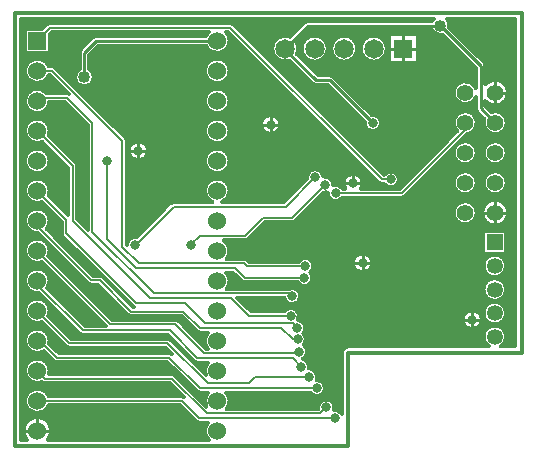
<source format=gbl>
G04 DesignSpark PCB Gerber Version 11.0 Build 5877*
%FSLAX35Y35*%
%MOIN*%
%ADD86R,0.05315X0.05315*%
%ADD21R,0.06000X0.06000*%
%ADD18R,0.06496X0.06496*%
%ADD15C,0.00800*%
%ADD11C,0.01000*%
%ADD10C,0.01200*%
%ADD14C,0.03200*%
%ADD13C,0.04000*%
%ADD87C,0.05315*%
%ADD83C,0.05500*%
%ADD20C,0.06000*%
%ADD19C,0.06496*%
X0Y0D02*
D02*
D10*
X2937Y2652D02*
X114222D01*
Y33756D01*
X172053D01*
Y147229D01*
X2937D01*
Y2652D01*
X5137Y145029D02*
Y4852D01*
X6969D01*
G75*
G02*
X5900Y7800I3531J2948D01*
G01*
G75*
G02*
X15100I4600J0D01*
G01*
G75*
G02*
X14031Y4852I-4600J0D01*
G01*
X67650D01*
G75*
G02*
X67441Y10530I2850J2948D01*
G01*
X64365D01*
G75*
G02*
X63302Y10970I-2J1500D01*
G01*
X57972Y16300D01*
X14316D01*
G75*
G02*
X6400Y17800I-3816J1500D01*
G01*
G75*
G02*
X14316Y19300I4100J0D01*
G01*
X58591D01*
G75*
G02*
X59488Y19004I2J-1500D01*
G01*
X54832Y23659D01*
X13099D01*
G75*
G02*
X12110Y24030I-2J1500D01*
G01*
G75*
G02*
X6400Y27800I-1610J3770D01*
G01*
G75*
G02*
X14600I4100J0D01*
G01*
G75*
G02*
X14438Y26659I-4100J0D01*
G01*
X55451D01*
G75*
G02*
X56514Y26220I2J-1500D01*
G01*
X66904Y15830D01*
G75*
G02*
X67444Y20533I3596J1970D01*
G01*
X64678D01*
G75*
G02*
X63615Y20973I-2J1500D01*
G01*
X53894Y30693D01*
X17006D01*
G75*
G02*
X15943Y31132I-2J1500D01*
G01*
X12722Y34354D01*
G75*
G02*
X6400Y37800I-2222J3446D01*
G01*
G75*
G02*
X14600I4100J0D01*
G01*
G75*
G02*
X14485Y36834I-4099J0D01*
G01*
X17625Y33693D01*
X54513D01*
G75*
G02*
X55411Y33396I2J-1500D01*
G01*
X53269Y35538D01*
X21070D01*
G75*
G02*
X20007Y35978I-2J1500D01*
G01*
X12000Y43984D01*
G75*
G02*
X6400Y47800I-1500J3816D01*
G01*
G75*
G02*
X14600I4100J0D01*
G01*
G75*
G02*
X14198Y46029I-4100J0D01*
G01*
X21689Y38538D01*
X53888D01*
G75*
G02*
X54951Y38099I2J-1500D01*
G01*
X66644Y26406D01*
G75*
G02*
X67447Y30537I3856J1394D01*
G01*
X63896D01*
G75*
G02*
X62833Y30976I-2J1500D01*
G01*
X54051Y39758D01*
X25759D01*
G75*
G02*
X24696Y40198I-2J1500D01*
G01*
X11143Y53751D01*
G75*
G02*
X6400Y57800I-643J4049D01*
G01*
G75*
G02*
X14600I4100J0D01*
G01*
G75*
G02*
X13787Y55349I-4100J0D01*
G01*
X26378Y42758D01*
X33293D01*
X12048Y64004D01*
G75*
G02*
X6400Y67800I-1548J3796D01*
G01*
G75*
G02*
X14600I4100J0D01*
G01*
G75*
G02*
X14219Y66075I-4100J0D01*
G01*
X35504Y44790D01*
X56545D01*
G75*
G02*
X57608Y44351I2J-1500D01*
G01*
X66859Y35100D01*
X67415D01*
G75*
G02*
X67450Y40540I3085J2700D01*
G01*
X64678D01*
G75*
G02*
X63615Y40979I-2J1500D01*
G01*
X58583Y46010D01*
X41858D01*
G75*
G02*
X40795Y46450I-2J1500D01*
G01*
X30762Y56482D01*
X28572D01*
G75*
G02*
X27509Y56922I-2J1500D01*
G01*
X10725Y73706D01*
G75*
G02*
X6400Y77800I-225J4094D01*
G01*
G75*
G02*
X14600I4100J0D01*
G01*
G75*
G02*
X13580Y75094I-4100J0D01*
G01*
X29191Y59482D01*
X31381D01*
G75*
G02*
X32444Y59043I2J-1500D01*
G01*
X42477Y49010D01*
X42694D01*
G75*
G02*
X42358Y49263I725J1314D01*
G01*
X19069Y72552D01*
G75*
G02*
X18630Y73612I1061J1061D01*
G01*
Y77524D01*
X12120Y84033D01*
G75*
G02*
X6400Y87800I-1620J3767D01*
G01*
G75*
G02*
X14600I4100J0D01*
G01*
G75*
G02*
X14251Y86145I-4100J0D01*
G01*
X20818Y79578D01*
Y95456D01*
X12204Y104071D01*
G75*
G02*
X6400Y107800I-1704J3729D01*
G01*
G75*
G02*
X14600I4100J0D01*
G01*
G75*
G02*
X14287Y106230I-4100J0D01*
G01*
X23379Y97138D01*
G75*
G02*
X23818Y96078I-1061J-1061D01*
G01*
Y78297D01*
X27383Y74733D01*
Y109721D01*
X19821Y117283D01*
X14567D01*
G75*
G02*
X6400Y117800I-4067J517D01*
G01*
G75*
G02*
X13763Y120283I4100J0D01*
G01*
X20440D01*
G75*
G02*
X20987Y120180I3J-1500D01*
G01*
X14868Y126300D01*
X14316D01*
G75*
G02*
X6400Y127800I-3816J1500D01*
G01*
G75*
G02*
X14316Y129300I4100J0D01*
G01*
X15487D01*
G75*
G02*
X16550Y128861I2J-1500D01*
G01*
X39946Y105464D01*
G75*
G02*
X40386Y104403I-1061J-1061D01*
G01*
Y69701D01*
X40406Y69681D01*
G75*
G02*
Y69702I2699J11D01*
G01*
G75*
G02*
X43630Y72350I2700J0D01*
G01*
X54862Y83582D01*
G75*
G02*
X55925Y84021I1061J-1061D01*
G01*
X68909D01*
G75*
G02*
X66400Y87800I1591J3779D01*
G01*
G75*
G02*
X74600I4100J0D01*
G01*
G75*
G02*
X72091Y84021I-4100J0D01*
G01*
X92657D01*
X100477Y91841D01*
G75*
G02*
X100425Y92368I2648J527D01*
G01*
G75*
G02*
X105821Y92503I2700J0D01*
G01*
G75*
G02*
X109107Y89867I586J-2636D01*
G01*
G75*
G02*
X109093Y89596I-2701J2D01*
G01*
G75*
G02*
X112247Y88554I909J-2543D01*
G01*
X113127D01*
G75*
G02*
X112585Y90336I2658J1782D01*
G01*
G75*
G02*
X118985I3200J0D01*
G01*
G75*
G02*
X118443Y88554I-3200J0D01*
G01*
X131416D01*
X150532Y107670D01*
G75*
G02*
X153141Y114352I2609J2831D01*
G01*
G75*
G02*
X153816Y106712I0J-3850D01*
G01*
X133098Y85993D01*
G75*
G02*
X132035Y85554I-1061J1061D01*
G01*
X112247D01*
G75*
G02*
X107302Y87054I-2245J1500D01*
G01*
G75*
G02*
X107316Y87325I2701J-2D01*
G01*
G75*
G02*
X105880Y87219I-909J2543D01*
G01*
X96370Y77709D01*
G75*
G02*
X95307Y77270I-1061J1061D01*
G01*
X86397D01*
X80897Y71770D01*
G75*
G02*
X79834Y71331I-1061J1061D01*
G01*
X72584D01*
G75*
G02*
X73593Y65109I-2084J-3531D01*
G01*
X79524D01*
G75*
G02*
X80587Y64667I0J-1500D01*
G01*
X81021Y64233D01*
X97598D01*
G75*
G02*
X102543Y62733I2245J-1500D01*
G01*
G75*
G02*
X101505Y60605I-2700J0D01*
G01*
G75*
G02*
X102230Y58764I-1974J-1841D01*
G01*
G75*
G02*
X97285Y57264I-2700J0D01*
G01*
X79660D01*
G75*
G02*
X78597Y57703I-2J1500D01*
G01*
X75754Y60546D01*
X73544D01*
G75*
G02*
X73591Y55106I-3044J-2746D01*
G01*
X94306D01*
G75*
G02*
X98166Y52668I1161J-2438D01*
G01*
G75*
G02*
X92825Y52106I-2700J0D01*
G01*
X77145D01*
X81647Y47604D01*
X92752D01*
G75*
G02*
X97325Y44736I2245J-1500D01*
G01*
G75*
G02*
X99202Y40245I-140J-2696D01*
G01*
G75*
G02*
X99327Y36459I-1861J-1957D01*
G01*
G75*
G02*
X99084Y31844I-1517J-2234D01*
G01*
G75*
G02*
X101033Y28484I-649J-2621D01*
G01*
G75*
G02*
X103578Y24728I60J-2699D01*
G01*
G75*
G02*
X106450Y22033I172J-2694D01*
G01*
G75*
G02*
X101505Y20533I-2700J0D01*
G01*
X73556D01*
G75*
G02*
X73580Y15093I-3056J-2733D01*
G01*
X104223D01*
X104228Y15098D01*
G75*
G02*
X104176Y15625I2648J527D01*
G01*
G75*
G02*
X109576I2700J0D01*
G01*
G75*
G02*
X109419Y14717I-2700J0D01*
G01*
G75*
G02*
X112022Y13390I271J-2687D01*
G01*
Y33756D01*
G75*
G02*
X114222Y35956I2200J0D01*
G01*
X161003D01*
G75*
G02*
X159230Y39146I1985J3191D01*
G01*
G75*
G02*
X166745I3757J0D01*
G01*
G75*
G02*
X164972Y35956I-3757J0D01*
G01*
X169853D01*
Y145029D01*
X147064D01*
G75*
G02*
X147894Y142234I-2207J-2176D01*
G01*
X159428Y130700D01*
G75*
G02*
X159898Y129567I-1130J-1133D01*
G01*
Y123402D01*
G75*
G02*
X167491Y120502I3242J-2900D01*
G01*
G75*
G02*
X159898Y117602I-4350J0D01*
G01*
Y116007D01*
X161794Y114109D01*
G75*
G02*
X166991Y110502I1346J-3607D01*
G01*
G75*
G02*
X163141Y106652I-3850J0D01*
G01*
G75*
G02*
X159533Y111846I0J3850D01*
G01*
X157167Y114213D01*
G75*
G02*
X156698Y115344I1132J1131D01*
G01*
Y119031D01*
G75*
G02*
X149291Y120502I-3558J1471D01*
G01*
G75*
G02*
X156698Y121973I3850J0D01*
G01*
Y128905D01*
X145726Y139877D01*
G75*
G02*
X142202Y141253I-869J2976D01*
G01*
X101456D01*
X97126Y136922D01*
G75*
G02*
X97022Y133244I-3990J-1728D01*
G01*
X103944Y126321D01*
X107970D01*
G75*
G02*
X109103Y125851I0J-1600D01*
G01*
X121943Y113012D01*
G75*
G02*
X125050Y110343I407J-2669D01*
G01*
G75*
G02*
X119650I-2700J0D01*
G01*
G75*
G02*
X119680Y110749I2699J0D01*
G01*
X107307Y123121D01*
X103284D01*
G75*
G02*
X102150Y123590I-2J1600D01*
G01*
X94629Y131111D01*
G75*
G02*
X88788Y135195I-1493J4083D01*
G01*
G75*
G02*
X94863Y139185I4348J0D01*
G01*
X99661Y143983D01*
G75*
G02*
X100794Y144453I1133J-1130D01*
G01*
X142202D01*
G75*
G02*
X142649Y145029I2655J-1600D01*
G01*
X5137D01*
X163141Y84852D02*
G75*
G02*
X167491Y80502I0J-4350D01*
G01*
G75*
G02*
X163141Y76152I-4350J0D01*
G01*
G75*
G02*
X158791Y80502I0J4350D01*
G01*
G75*
G02*
X163141Y84852I4350J0D01*
G01*
X159228Y74398D02*
X166744D01*
Y66887D01*
X159228D01*
Y74398D01*
X159230Y47020D02*
G75*
G02*
X166745I3757J0D01*
G01*
G75*
G02*
X159230I-3757J0D01*
G01*
Y54894D02*
G75*
G02*
X166745I3757J0D01*
G01*
G75*
G02*
X159230I-3757J0D01*
G01*
Y62769D02*
G75*
G02*
X166745I3757J0D01*
G01*
G75*
G02*
X159230I-3757J0D01*
G01*
X163141Y94352D02*
G75*
G02*
X166991Y90502I0J-3850D01*
G01*
G75*
G02*
X163141Y86652I-3850J0D01*
G01*
G75*
G02*
X159291Y90502I0J3850D01*
G01*
G75*
G02*
X163141Y94352I3850J0D01*
G01*
Y104352D02*
G75*
G02*
X166991Y100502I0J-3850D01*
G01*
G75*
G02*
X163141Y96652I-3850J0D01*
G01*
G75*
G02*
X159291Y100502I0J3850D01*
G01*
G75*
G02*
X163141Y104352I3850J0D01*
G01*
X112821Y139543D02*
G75*
G02*
X117169Y135195I0J-4348D01*
G01*
G75*
G02*
X112821Y130847I-4348J0D01*
G01*
G75*
G02*
X108473Y135195I0J4348D01*
G01*
G75*
G02*
X112821Y139543I4348J0D01*
G01*
X122663D02*
G75*
G02*
X127011Y135195I0J-4348D01*
G01*
G75*
G02*
X122663Y130847I-4348J0D01*
G01*
G75*
G02*
X118315Y135195I0J4348D01*
G01*
G75*
G02*
X122663Y139543I4348J0D01*
G01*
X127657Y140044D02*
X137354D01*
Y130347D01*
X127657D01*
Y140044D01*
X102978Y139543D02*
G75*
G02*
X107326Y135195I0J-4348D01*
G01*
G75*
G02*
X102978Y130847I-4348J0D01*
G01*
G75*
G02*
X98630Y135195I0J4348D01*
G01*
G75*
G02*
X102978Y139543I4348J0D01*
G01*
X6400Y97800D02*
G75*
G02*
X14600I4100J0D01*
G01*
G75*
G02*
X6400I-4100J0D01*
G01*
X126139Y93087D02*
G75*
G02*
X131083Y91587I2245J-1500D01*
G01*
G75*
G02*
X126139Y90087I-2700J0D01*
G01*
X125478D01*
G75*
G02*
X124415Y90526I-2J1500D01*
G01*
X74213Y140728D01*
X73370D01*
G75*
G02*
X74600Y137800I-2870J-2928D01*
G01*
G75*
G02*
X66725Y136200I-4100J0D01*
G01*
X30901D01*
X27826Y133125D01*
Y128315D01*
G75*
G02*
X29326Y125660I-1600J-2655D01*
G01*
G75*
G02*
X23126I-3100J0D01*
G01*
G75*
G02*
X24626Y128315I3100J0D01*
G01*
Y133787D01*
G75*
G02*
X25096Y134920I1600J0D01*
G01*
X29106Y138930D01*
G75*
G02*
X30238Y139400I1133J-1130D01*
G01*
X66725D01*
G75*
G02*
X67630Y140728I3775J-1600D01*
G01*
X15281D01*
X14598Y140045D01*
Y133702D01*
X6402D01*
Y141898D01*
X12209D01*
X13599Y143288D01*
G75*
G02*
X14662Y143728I1061J-1061D01*
G01*
X74832D01*
G75*
G02*
X75895Y143288I2J-1500D01*
G01*
X126097Y93087D01*
X126139D01*
X85076Y109874D02*
G75*
G02*
X91476I3200J0D01*
G01*
G75*
G02*
X85076I-3200J0D01*
G01*
X41000Y101121D02*
G75*
G02*
X47400I3200J0D01*
G01*
G75*
G02*
X41000I-3200J0D01*
G01*
X66400Y97800D02*
G75*
G02*
X74600I4100J0D01*
G01*
G75*
G02*
X66400I-4100J0D01*
G01*
Y107800D02*
G75*
G02*
X74600I4100J0D01*
G01*
G75*
G02*
X66400I-4100J0D01*
G01*
Y117800D02*
G75*
G02*
X74600I4100J0D01*
G01*
G75*
G02*
X66400I-4100J0D01*
G01*
Y127800D02*
G75*
G02*
X74600I4100J0D01*
G01*
G75*
G02*
X66400I-4100J0D01*
G01*
X153141Y84352D02*
G75*
G02*
X156991Y80502I0J-3850D01*
G01*
G75*
G02*
X153141Y76652I-3850J0D01*
G01*
G75*
G02*
X149291Y80502I0J3850D01*
G01*
G75*
G02*
X153141Y84352I3850J0D01*
G01*
X152285Y44853D02*
G75*
G02*
X158685I3200J0D01*
G01*
G75*
G02*
X152285I-3200J0D01*
G01*
X153141Y94352D02*
G75*
G02*
X156991Y90502I0J-3850D01*
G01*
G75*
G02*
X153141Y86652I-3850J0D01*
G01*
G75*
G02*
X149291Y90502I0J3850D01*
G01*
G75*
G02*
X153141Y94352I3850J0D01*
G01*
Y104352D02*
G75*
G02*
X156991Y100502I0J-3850D01*
G01*
G75*
G02*
X153141Y96652I-3850J0D01*
G01*
G75*
G02*
X149291Y100502I0J3850D01*
G01*
G75*
G02*
X153141Y104352I3850J0D01*
G01*
X115711Y63765D02*
G75*
G02*
X122111I3200J0D01*
G01*
G75*
G02*
X115711I-3200J0D01*
G01*
X5737Y47020D02*
G36*
X5737Y47020D02*
Y5452D01*
X6544D01*
G75*
G02*
X5900Y7799I3953J2347D01*
G01*
G75*
G02*
Y7800I5639J1D01*
G01*
G75*
G02*
X15100I4600J0D01*
G01*
G75*
G02*
Y7799I-5639J0D01*
G01*
G75*
G02*
X14456Y5452I-4597J0D01*
G01*
X67139D01*
G75*
G02*
X66400Y7800I3362J2348D01*
G01*
G75*
G02*
X67441Y10530I4100J0D01*
G01*
X64365D01*
G75*
G02*
X63302Y10970I-2J1501D01*
G01*
X57972Y16300D01*
X14316D01*
G75*
G02*
X6400Y17800I-3816J1500D01*
G01*
G75*
G02*
X14316Y19300I4100J0D01*
G01*
X58591D01*
G75*
G02*
X59488Y19004I3J-1498D01*
G01*
X54832Y23659D01*
X13099D01*
G75*
G02*
X12110Y24030I-2J1501D01*
G01*
G75*
G02*
X6400Y27800I-1610J3771D01*
G01*
G75*
G02*
X14600I4100J0D01*
G01*
G75*
G02*
Y27798I-4511J-1D01*
G01*
G75*
G02*
X14438Y26659I-4090J0D01*
G01*
X55451D01*
G75*
G02*
X56514Y26220I2J-1501D01*
G01*
X66904Y15830D01*
G75*
G02*
X66400Y17800I3596J1970D01*
G01*
G75*
G02*
X67444Y20533I4100J0D01*
G01*
X64678D01*
G75*
G02*
X63615Y20973I-2J1501D01*
G01*
X53894Y30693D01*
X17006D01*
G75*
G02*
X15943Y31132I-2J1501D01*
G01*
X12722Y34354D01*
G75*
G02*
X6400Y37800I-2222J3446D01*
G01*
G75*
G02*
X14600I4100J0D01*
G01*
G75*
G02*
Y37796I-4143J-2D01*
G01*
G75*
G02*
X14485Y36834I-4074J0D01*
G01*
X17625Y33693D01*
X54513D01*
G75*
G02*
X55411Y33396I3J-1498D01*
G01*
X53269Y35538D01*
X21070D01*
G75*
G02*
X20007Y35978I-2J1501D01*
G01*
X12000Y43984D01*
G75*
G02*
X6475Y47020I-1500J3816D01*
G01*
X5737D01*
G37*
X14526D02*
G36*
X14526Y47020D02*
G75*
G02*
X14198Y46029I-4021J779D01*
G01*
X21689Y38538D01*
X53888D01*
G75*
G02*
X54951Y38099I2J-1501D01*
G01*
X66644Y26406D01*
G75*
G02*
X66400Y27800I3855J1394D01*
G01*
G75*
G02*
X67447Y30537I4100J0D01*
G01*
X63896D01*
G75*
G02*
X62833Y30976I-2J1501D01*
G01*
X54051Y39758D01*
X25759D01*
G75*
G02*
X24696Y40198I-2J1501D01*
G01*
X17873Y47020D01*
X14526D01*
G37*
X22116D02*
G36*
X22116Y47020D02*
X26378Y42758D01*
X33293D01*
X29031Y47020D01*
X22116D01*
G37*
X33274D02*
G36*
X33274Y47020D02*
X35504Y44790D01*
X56545D01*
G75*
G02*
X57608Y44351I2J-1501D01*
G01*
X66859Y35100D01*
X67415D01*
G75*
G02*
X66400Y37800I3085J2700D01*
G01*
G75*
G02*
X67450Y40540I4099J0D01*
G01*
X64678D01*
G75*
G02*
X63615Y40979I-2J1501D01*
G01*
X58583Y46010D01*
X41858D01*
G75*
G02*
X40795Y46450I-2J1501D01*
G01*
X40224Y47020D01*
X33274D01*
G37*
X74600Y17800D02*
G36*
X74600Y17800D02*
G75*
G02*
X73580Y15093I-4100J0D01*
G01*
X104223D01*
X104228Y15098D01*
G75*
G02*
X104176Y15625I2640J526D01*
G01*
Y15625D01*
G75*
G02*
X109576I2700J0D01*
G01*
G75*
G02*
X109419Y14717I-2708J1D01*
G01*
G75*
G02*
X112022Y13390I271J-2686D01*
G01*
Y33756D01*
G75*
G02*
X114222Y35956I2200J0D01*
G01*
X161003D01*
G75*
G02*
X159230Y39146I1985J3191D01*
G01*
G75*
G02*
X166745I3757J0D01*
G01*
G75*
G02*
X164972Y35956I-3757J0D01*
G01*
X169253D01*
Y47020D01*
X166745D01*
G75*
G02*
X159230I-3757J0D01*
G01*
X157839D01*
G75*
G02*
X158685Y44853I-2354J-2167D01*
G01*
G75*
G02*
X152285I-3200J0D01*
G01*
G75*
G02*
X153131Y47020I3200J0D01*
G01*
X97537D01*
G75*
G02*
X97697Y46104I-2539J-916D01*
G01*
G75*
G02*
X97325Y44736I-2700J0D01*
G01*
G75*
G02*
X99885Y42040I-140J-2696D01*
G01*
G75*
G02*
X99202Y40245I-2700J0D01*
G01*
G75*
G02*
X100042Y38288I-1861J-1957D01*
G01*
G75*
G02*
X99327Y36459I-2700J0D01*
G01*
G75*
G02*
X100510Y34225I-1517J-2234D01*
G01*
G75*
G02*
X99084Y31844I-2700J0D01*
G01*
G75*
G02*
X101136Y29223I-648J-2621D01*
G01*
G75*
G02*
X101033Y28484I-2700J0D01*
G01*
G75*
G02*
X103793Y25785I60J-2699D01*
G01*
G75*
G02*
X103578Y24728I-2700J0D01*
G01*
G75*
G02*
X106450Y22033I172J-2694D01*
G01*
Y22033D01*
G75*
G02*
X101505Y20533I-2700J0D01*
G01*
X73556D01*
G75*
G02*
X74600Y17800I-3056J-2733D01*
G01*
G37*
X5737Y54894D02*
G36*
X5737Y54894D02*
Y47020D01*
X6475D01*
G75*
G02*
X6400Y47800I4026J780D01*
G01*
G75*
G02*
X14600I4100J0D01*
G01*
G75*
G02*
Y47798I-4749J-1D01*
G01*
G75*
G02*
X14526Y47020I-4095J-1D01*
G01*
X17873D01*
X11143Y53751D01*
G75*
G02*
X7607Y54894I-643J4049D01*
G01*
X5737D01*
G37*
X21157D02*
G36*
X21157Y54894D02*
X14242D01*
X22116Y47020D01*
X29031D01*
X21157Y54894D01*
G37*
X32350D02*
G36*
X32350Y54894D02*
X25400D01*
X33274Y47020D01*
X40224D01*
X32350Y54894D01*
G37*
X36726D02*
G36*
X36726Y54894D02*
X36593D01*
X42477Y49010D01*
X42694D01*
G75*
G02*
X42358Y49263I720J1308D01*
G01*
X36726Y54894D01*
G37*
X77145Y52106D02*
G36*
X77145Y52106D02*
X81647Y47604D01*
X92752D01*
G75*
G02*
X97537Y47020I2245J-1500D01*
G01*
X153131D01*
G75*
G02*
X157839I2354J-2167D01*
G01*
X159230D01*
G75*
G02*
X166745I3757J0D01*
G01*
X169253D01*
Y54894D01*
X166745D01*
G75*
G02*
X159230I-3757J0D01*
G01*
X96994D01*
G75*
G02*
X98166Y52669I-1528J-2226D01*
G01*
Y52668D01*
G75*
G02*
X92825Y52106I-2700J0D01*
G01*
X77145D01*
G37*
X5737Y62769D02*
G36*
X5737Y62769D02*
Y54894D01*
X7607D01*
G75*
G02*
X6400Y57800I2893J2906D01*
G01*
G75*
G02*
X14600I4100J0D01*
G01*
G75*
G02*
X13787Y55349I-4103J1D01*
G01*
X14242Y54894D01*
X21157D01*
X13283Y62769D01*
X5737D01*
G37*
X21663D02*
G36*
X21663Y62769D02*
X17526D01*
X25400Y54894D01*
X32350D01*
X30762Y56482D01*
X28572D01*
G75*
G02*
X27509Y56922I-2J1501D01*
G01*
X21663Y62769D01*
G37*
X28852D02*
G36*
X28852Y62769D02*
X25905D01*
X29191Y59482D01*
X31381D01*
G75*
G02*
X32444Y59043I2J-1501D01*
G01*
X36593Y54894D01*
X36726D01*
X28852Y62769D01*
G37*
X74600Y57800D02*
G36*
X74600Y57800D02*
G75*
G02*
X73591Y55106I-4100J0D01*
G01*
X94306D01*
G75*
G02*
X96994Y54894I1161J-2437D01*
G01*
X159230D01*
G75*
G02*
X166745I3757J0D01*
G01*
X169253D01*
Y62769D01*
X166745D01*
G75*
G02*
X159230I-3757J0D01*
G01*
X121952D01*
G75*
G02*
X115870I-3041J997D01*
G01*
X102542D01*
G75*
G02*
X102543Y62733I-2691J-48D01*
G01*
Y62733D01*
Y62733D01*
G75*
G02*
X101505Y60605I-2700J0D01*
G01*
G75*
G02*
X102230Y58764I-1975J-1841D01*
G01*
Y58763D01*
G75*
G02*
X97285Y57264I-2700J0D01*
G01*
X79660D01*
G75*
G02*
X78597Y57703I-2J1501D01*
G01*
X75754Y60546D01*
X73544D01*
G75*
G02*
X74600Y57800I-3046J-2746D01*
G01*
G37*
X5737Y70643D02*
G36*
X5737Y70643D02*
Y62769D01*
X13283D01*
X12048Y64004D01*
G75*
G02*
X6400Y67800I-1548J3796D01*
G01*
Y67800D01*
G75*
G02*
X7545Y70643I4100J0D01*
G01*
X5737D01*
G37*
X13789D02*
G36*
X13789Y70643D02*
X13455D01*
G75*
G02*
X14600Y67800I-2955J-2843D01*
G01*
G75*
G02*
X14219Y66075I-4104J1D01*
G01*
X17526Y62769D01*
X21663D01*
X13789Y70643D01*
G37*
X20978D02*
G36*
X20978Y70643D02*
X18031D01*
X25905Y62769D01*
X28852D01*
X20978Y70643D01*
G37*
X40386D02*
G36*
X40386Y70643D02*
Y69701D01*
X40406Y69681D01*
Y69702D01*
G75*
G02*
X40575Y70643I2701J0D01*
G01*
X40386D01*
G37*
X74600Y67800D02*
G36*
X74600Y67800D02*
G75*
G02*
X73593Y65109I-4100J0D01*
G01*
X79524D01*
G75*
G02*
X80587Y64667I0J-1501D01*
G01*
X81021Y64233D01*
X97598D01*
G75*
G02*
X102542Y62769I2245J-1500D01*
G01*
X115870D01*
G75*
G02*
X115711Y63765I3041J996D01*
G01*
G75*
G02*
X122111I3200J0D01*
G01*
G75*
G02*
X121952Y62769I-3200J0D01*
G01*
X159230D01*
G75*
G02*
X166745I3757J0D01*
G01*
X169253D01*
Y70643D01*
X166744D01*
Y66887D01*
X159228D01*
Y70643D01*
X73455D01*
G75*
G02*
X74600Y67800I-2955J-2843D01*
G01*
G37*
X5737Y80502D02*
G36*
X5737Y80502D02*
Y70643D01*
X7545D01*
G75*
G02*
X13455I2955J-2843D01*
G01*
X13789D01*
X10725Y73706D01*
G75*
G02*
X6400Y77800I-225J4094D01*
G01*
G75*
G02*
X7416Y80502I4100J0D01*
G01*
X5737D01*
G37*
X13584D02*
G36*
X13584Y80502D02*
G75*
G02*
X14600Y77800I-3084J-2702D01*
G01*
Y77800D01*
G75*
G02*
X13580Y75094I-4099J0D01*
G01*
X18031Y70643D01*
X20978D01*
X19069Y72552D01*
G75*
G02*
X18630Y73612I1060J1061D01*
G01*
Y77524D01*
X15652Y80502D01*
X13584D01*
G37*
X19894D02*
G36*
X19894Y80502D02*
X20818Y79578D01*
Y80502D01*
X19894D01*
G37*
X23818D02*
G36*
X23818Y80502D02*
Y78297D01*
X27383Y74733D01*
Y80502D01*
X23818D01*
G37*
X40386D02*
G36*
X40386Y80502D02*
Y70643D01*
X40575D01*
G75*
G02*
X43630Y72350I2531J-941D01*
G01*
X51782Y80502D01*
X40386D01*
G37*
X72584Y71331D02*
G36*
X72584Y71331D02*
G75*
G02*
X73455Y70643I-2084J-3531D01*
G01*
X159228D01*
Y74398D01*
X166744D01*
Y70643D01*
X169253D01*
Y80502D01*
X167491D01*
Y80502D01*
G75*
G02*
X163141Y76152I-4350J0D01*
G01*
G75*
G02*
X158791Y80502I0J4350D01*
G01*
Y80502D01*
X156991D01*
Y80502D01*
G75*
G02*
X153141Y76652I-3850J0D01*
G01*
G75*
G02*
X149291Y80502I0J3850D01*
G01*
Y80502D01*
X99163D01*
X96370Y77709D01*
G75*
G02*
X95307Y77270I-1061J1061D01*
G01*
X86397D01*
X80897Y71770D01*
G75*
G02*
X79834Y71331I-1061J1061D01*
G01*
X72584D01*
G37*
X5737Y90502D02*
G36*
X5737Y90502D02*
Y80502D01*
X7416D01*
G75*
G02*
X13584I3084J-2702D01*
G01*
X15652D01*
X12120Y84033D01*
G75*
G02*
X6400Y87800I-1620J3767D01*
G01*
G75*
G02*
X7416Y90502I4100J0D01*
G01*
X5737D01*
G37*
X14600Y87800D02*
G36*
X14600Y87800D02*
G75*
G02*
X14251Y86145I-4104J0D01*
G01*
X19894Y80502D01*
X20818D01*
Y90502D01*
X13584D01*
G75*
G02*
X14600Y87800I-3084J-2702D01*
G01*
G37*
X23818Y90502D02*
G36*
X23818Y90502D02*
Y80502D01*
X27383D01*
Y90502D01*
X23818D01*
G37*
X40386D02*
G36*
X40386Y90502D02*
Y80502D01*
X51782D01*
X54862Y83582D01*
G75*
G02*
X55925Y84021I1061J-1061D01*
G01*
X68909D01*
G75*
G02*
X66400Y87799I1590J3778D01*
G01*
G75*
G02*
Y87800I5013J0D01*
G01*
G75*
G02*
X67416Y90502I4100J0D01*
G01*
X40386D01*
G37*
X74600Y87800D02*
G36*
X74600Y87800D02*
G75*
G02*
X72091Y84021I-4100J0D01*
G01*
X92657D01*
X99137Y90502D01*
X73584D01*
G75*
G02*
X74600Y87800I-3084J-2702D01*
G01*
G37*
X105880Y87219D02*
G36*
X105880Y87219D02*
X99163Y80502D01*
X149291D01*
Y80502D01*
G75*
G02*
X153141Y84352I3850J0D01*
G01*
G75*
G02*
X156991Y80502I0J-3850D01*
G01*
Y80502D01*
X158791D01*
Y80502D01*
G75*
G02*
X163141Y84852I4350J0D01*
G01*
G75*
G02*
X167491Y80502I0J-4350D01*
G01*
Y80502D01*
X169253D01*
Y90502D01*
X166991D01*
Y90502D01*
G75*
G02*
X163141Y86652I-3850J0D01*
G01*
G75*
G02*
X159291Y90502I0J3850D01*
G01*
Y90502D01*
X156991D01*
Y90502D01*
G75*
G02*
X153141Y86652I-3850J0D01*
G01*
G75*
G02*
X149291Y90502I0J3850D01*
G01*
Y90502D01*
X137606D01*
X133098Y85993D01*
G75*
G02*
X132035Y85554I-1061J1061D01*
G01*
X112247D01*
G75*
G02*
X107302Y87054I-2245J1500D01*
G01*
Y87054D01*
G75*
G02*
X107316Y87325I2753J-4D01*
G01*
G75*
G02*
X105880Y87219I-909J2547D01*
G01*
G37*
X109107Y89867D02*
G36*
X109107Y89867D02*
G75*
G02*
X109093Y89596I-2753J4D01*
G01*
G75*
G02*
X112247Y88554I908J-2543D01*
G01*
X113127D01*
G75*
G02*
X112585Y90336I2659J1783D01*
G01*
G75*
G02*
X112589Y90502I3200J-1D01*
G01*
X109031D01*
G75*
G02*
X109107Y89867I-2625J-635D01*
G01*
G37*
X118985Y90336D02*
G36*
X118985Y90336D02*
G75*
G02*
X118443Y88554I-3202J0D01*
G01*
X131416D01*
X133364Y90502D01*
X130856D01*
G75*
G02*
X126139Y90087I-2472J1085D01*
G01*
X125478D01*
G75*
G02*
X124439Y90502I-2J1501D01*
G01*
X118981D01*
G75*
G02*
X118985Y90336I-3196J-167D01*
G01*
G37*
X5737Y100502D02*
G36*
X5737Y100502D02*
Y90502D01*
X7416D01*
G75*
G02*
X13584I3084J-2702D01*
G01*
X20818D01*
Y95456D01*
X15772Y100502D01*
X13584D01*
G75*
G02*
X14600Y97800I-3084J-2702D01*
G01*
G75*
G02*
X6400I-4100J0D01*
G01*
G75*
G02*
X7416Y100502I4100J0D01*
G01*
X5737D01*
G37*
X20015D02*
G36*
X20015Y100502D02*
X23379Y97138D01*
G75*
G02*
X23818Y96078I-1060J-1061D01*
G01*
Y90502D01*
X27383D01*
Y100502D01*
X20015D01*
G37*
X40386D02*
G36*
X40386Y100502D02*
Y90502D01*
X67416D01*
G75*
G02*
X73584I3084J-2702D01*
G01*
X99137D01*
X100477Y91841D01*
G75*
G02*
X100425Y92368I2640J526D01*
G01*
Y92368D01*
G75*
G02*
X105821Y92503I2700J0D01*
G01*
G75*
G02*
X109031Y90502I586J-2636D01*
G01*
X112589D01*
G75*
G02*
X118981I3196J-166D01*
G01*
X124439D01*
G75*
G02*
X124415Y90526I1037J1078D01*
G01*
X114439Y100502D01*
X73584D01*
G75*
G02*
X74600Y97800I-3084J-2702D01*
G01*
G75*
G02*
X66400I-4100J0D01*
G01*
G75*
G02*
X67416Y100502I4100J0D01*
G01*
X47340D01*
G75*
G02*
X41060I-3140J619D01*
G01*
X40386D01*
G37*
X118681D02*
G36*
X118681Y100502D02*
X126097Y93087D01*
X126139D01*
G75*
G02*
X131083Y91587I2245J-1500D01*
G01*
Y91587D01*
Y91586D01*
G75*
G02*
X130856Y90502I-2700J0D01*
G01*
X133364D01*
X143363Y100502D01*
X118681D01*
G37*
X147606D02*
G36*
X147606Y100502D02*
X137606Y90502D01*
X149291D01*
Y90502D01*
G75*
G02*
X153141Y94352I3850J0D01*
G01*
G75*
G02*
X156991Y90502I0J-3850D01*
G01*
Y90502D01*
X159291D01*
Y90502D01*
G75*
G02*
X163141Y94352I3850J0D01*
G01*
G75*
G02*
X166991Y90502I0J-3850D01*
G01*
Y90502D01*
X169253D01*
Y100502D01*
X166991D01*
Y100502D01*
G75*
G02*
X163141Y96652I-3850J0D01*
G01*
G75*
G02*
X159291Y100502I0J3850D01*
G01*
Y100502D01*
X156991D01*
Y100502D01*
G75*
G02*
X153141Y96652I-3850J0D01*
G01*
G75*
G02*
X149291Y100502I0J3850D01*
G01*
Y100502D01*
X147606D01*
G37*
X5737Y109874D02*
G36*
X5737Y109874D02*
Y100502D01*
X7416D01*
G75*
G02*
X13584I3084J-2702D01*
G01*
X15772D01*
X12204Y104071D01*
G75*
G02*
X6400Y107800I-1704J3729D01*
G01*
G75*
G02*
X6963Y109874I4100J0D01*
G01*
X5737D01*
G37*
X14037D02*
G36*
X14037Y109874D02*
G75*
G02*
X14600Y107800I-3537J-2074D01*
G01*
G75*
G02*
Y107798I-4177J-1D01*
G01*
G75*
G02*
X14287Y106230I-4091J0D01*
G01*
X20015Y100502D01*
X27383D01*
Y109721D01*
X27230Y109874D01*
X14037D01*
G37*
X35537D02*
G36*
X35537Y109874D02*
X39946Y105464D01*
G75*
G02*
X40386Y104403I-1060J-1061D01*
G01*
Y100502D01*
X41060D01*
G75*
G02*
X41000Y101121I3140J618D01*
G01*
G75*
G02*
X47400I3200J0D01*
G01*
G75*
G02*
X47340Y100502I-3200J-1D01*
G01*
X67416D01*
G75*
G02*
X73584I3084J-2702D01*
G01*
X114439D01*
X105067Y109874D01*
X91476D01*
G75*
G02*
X85076I-3200J0D01*
G01*
X74037D01*
G75*
G02*
X74600Y107800I-3537J-2074D01*
G01*
G75*
G02*
X66400I-4100J0D01*
G01*
G75*
G02*
X66963Y109874I4100J0D01*
G01*
X35537D01*
G37*
X109310D02*
G36*
X109310Y109874D02*
X118681Y100502D01*
X143363D01*
X150532Y107670D01*
G75*
G02*
X149342Y109874I2609J2831D01*
G01*
X125009D01*
G75*
G02*
X119691I-2659J469D01*
G01*
X109310D01*
G37*
X147606Y100502D02*
G36*
X147606Y100502D02*
X149291D01*
Y100502D01*
G75*
G02*
X153141Y104352I3850J0D01*
G01*
G75*
G02*
X156991Y100502I0J-3850D01*
G01*
Y100502D01*
X159291D01*
Y100502D01*
G75*
G02*
X163141Y104352I3850J0D01*
G01*
G75*
G02*
X166991Y100502I0J-3850D01*
G01*
Y100502D01*
X169253D01*
Y109874D01*
X166939D01*
G75*
G02*
X163141Y106652I-3798J628D01*
G01*
G75*
G02*
X159342Y109874I0J3850D01*
G01*
X156939D01*
G75*
G02*
X153816Y106712I-3798J628D01*
G01*
X147606Y100502D01*
G37*
X5737Y117800D02*
G36*
X5737Y117800D02*
Y109874D01*
X6963D01*
G75*
G02*
X14037I3537J-2074D01*
G01*
X27230D01*
X19821Y117283D01*
X14567D01*
G75*
G02*
X6400Y117800I-4067J517D01*
G01*
X5737D01*
G37*
X27610D02*
G36*
X27610Y117800D02*
X35537Y109874D01*
X66963D01*
G75*
G02*
X74037I3537J-2074D01*
G01*
X85076D01*
G75*
G02*
X91476I3200J0D01*
G01*
X105067D01*
X97141Y117800D01*
X74600D01*
G75*
G02*
X66400I-4100J0D01*
G01*
X27610D01*
G37*
X101383D02*
G36*
X101383Y117800D02*
X109310Y109874D01*
X119691D01*
G75*
G02*
X119650Y110343I2659J469D01*
G01*
G75*
G02*
Y110348I2715J3D01*
G01*
G75*
G02*
X119680Y110749I2636J0D01*
G01*
X112629Y117800D01*
X101383D01*
G37*
X117154D02*
G36*
X117154Y117800D02*
X121943Y113012D01*
G75*
G02*
X125050Y110343I407J-2669D01*
G01*
G75*
G02*
X125009Y109874I-2700J0D01*
G01*
X149342D01*
G75*
G02*
X149291Y110502I3799J628D01*
G01*
G75*
G02*
X153141Y114352I3850J0D01*
G01*
G75*
G02*
X156991Y110502I0J-3850D01*
G01*
G75*
G02*
X156939Y109874I-3850J0D01*
G01*
X159342D01*
G75*
G02*
X159291Y110502I3798J628D01*
G01*
G75*
G02*
X159533Y111846I3851J0D01*
G01*
X157167Y114213D01*
G75*
G02*
X156698Y115344I1132J1131D01*
G01*
Y115344D01*
Y117800D01*
X155883D01*
G75*
G02*
X150398I-2743J2702D01*
G01*
X117154D01*
G37*
X159898Y117602D02*
G36*
X159898Y117602D02*
Y116007D01*
X161794Y114109D01*
G75*
G02*
X166991Y110502I1346J-3607D01*
G01*
Y110502D01*
G75*
G02*
X166939Y109874I-3849J0D01*
G01*
X169253D01*
Y117800D01*
X166550D01*
G75*
G02*
X159898Y117602I-3409J2702D01*
G01*
G37*
X5737Y127800D02*
G36*
X5737Y127800D02*
Y117800D01*
X6400D01*
G75*
G02*
X13763Y120283I4100J0D01*
G01*
X20440D01*
G75*
G02*
X20987Y120180I2J-1502D01*
G01*
X14868Y126300D01*
X14316D01*
G75*
G02*
X6400Y127800I-3816J1500D01*
G01*
X5737D01*
G37*
X23126Y125660D02*
G36*
X23126Y125660D02*
Y125660D01*
G75*
G02*
X23983Y127800I3099J0D01*
G01*
X17610D01*
X27610Y117800D01*
X66400D01*
G75*
G02*
X74600I4100J0D01*
G01*
X97141D01*
X87141Y127800D01*
X74600D01*
G75*
G02*
X66400I-4100J0D01*
G01*
X28469D01*
G75*
G02*
X29326Y125660I-2242J-2140D01*
G01*
Y125660D01*
G75*
G02*
X23126I-3100J0D01*
G01*
G37*
X97940Y127800D02*
G36*
X97940Y127800D02*
X91383D01*
X101383Y117800D01*
X112629D01*
X107307Y123121D01*
X103284D01*
G75*
G02*
X102150Y123590I-3J1599D01*
G01*
X97940Y127800D01*
G37*
X102466D02*
G36*
X102466Y127800D02*
X103944Y126321D01*
X107970D01*
G75*
G02*
X109103Y125851I0J-1599D01*
G01*
X117154Y117800D01*
X150398D01*
G75*
G02*
X149291Y120502I2743J2702D01*
G01*
G75*
G02*
X156698Y121973I3850J0D01*
G01*
Y127800D01*
X102466D01*
G37*
X155883Y117800D02*
G36*
X155883Y117800D02*
X156698D01*
Y119031D01*
G75*
G02*
X155883Y117800I-3558J1471D01*
G01*
G37*
X159898Y127800D02*
G36*
X159898Y127800D02*
Y123402D01*
G75*
G02*
X167491Y120502I3242J-2900D01*
G01*
Y120502D01*
G75*
G02*
X166550Y117800I-4350J0D01*
G01*
X169253D01*
Y127800D01*
X159898D01*
G37*
X5737Y135195D02*
G36*
X5737Y135195D02*
Y127800D01*
X6400D01*
G75*
G02*
X14316Y129300I4100J0D01*
G01*
X15487D01*
G75*
G02*
X16550Y128861I2J-1501D01*
G01*
X17610Y127800D01*
X23983D01*
G75*
G02*
X24626Y128315I2242J-2140D01*
G01*
Y133787D01*
Y133788D01*
G75*
G02*
X25096Y134920I1599J0D01*
G01*
X25370Y135195D01*
X14598D01*
Y133702D01*
X6402D01*
Y135195D01*
X5737D01*
G37*
X27826Y133125D02*
G36*
X27826Y133125D02*
Y128315D01*
G75*
G02*
X28469Y127800I-1599J-2655D01*
G01*
X66400D01*
G75*
G02*
X74600I4100J0D01*
G01*
X87141D01*
X79746Y135195D01*
X73666D01*
G75*
G02*
X67334I-3166J2605D01*
G01*
X29896D01*
X27826Y133125D01*
G37*
X88788Y135195D02*
G36*
X88788Y135195D02*
X83989D01*
X91383Y127800D01*
X97940D01*
X94629Y131111D01*
G75*
G02*
X88788Y135195I-1493J4083D01*
G01*
G37*
X97484D02*
G36*
X97484Y135195D02*
G75*
G02*
X97022Y133244I-4346J0D01*
G01*
X102466Y127800D01*
X156698D01*
Y128905D01*
X150408Y135195D01*
X137354D01*
Y130347D01*
X127657D01*
Y135195D01*
X127011D01*
G75*
G02*
X122663Y130847I-4348J0D01*
G01*
G75*
G02*
X118315Y135195I0J4348D01*
G01*
X117169D01*
G75*
G02*
X112821Y130847I-4348J0D01*
G01*
G75*
G02*
X108473Y135195I0J4348D01*
G01*
X107326D01*
G75*
G02*
X102978Y130847I-4348J0D01*
G01*
G75*
G02*
X98630Y135195I0J4348D01*
G01*
X97484D01*
G37*
X154933D02*
G36*
X154933Y135195D02*
X159428Y130700D01*
G75*
G02*
X159898Y129568I-1129J-1132D01*
G01*
Y129567D01*
Y127800D01*
X169253D01*
Y135195D01*
X154933D01*
G37*
X5737Y144429D02*
G36*
X5737Y144429D02*
Y135195D01*
X6402D01*
Y141898D01*
X12209D01*
X13599Y143288D01*
G75*
G02*
X14662Y143728I1061J-1061D01*
G01*
X74832D01*
G75*
G02*
X75895Y143288I2J-1501D01*
G01*
X83989Y135195D01*
X88788D01*
G75*
G02*
X94863Y139185I4348J0D01*
G01*
X99661Y143983D01*
G75*
G02*
X100520Y144429I1132J-1129D01*
G01*
X5737D01*
G37*
X14598Y140045D02*
G36*
X14598Y140045D02*
Y135195D01*
X25370D01*
X29106Y138930D01*
G75*
G02*
X30238Y139400I1132J-1129D01*
G01*
X66725D01*
G75*
G02*
X67630Y140728I3775J-1600D01*
G01*
X15281D01*
X14598Y140045D01*
G37*
X30901Y136200D02*
G36*
X30901Y136200D02*
X29896Y135195D01*
X67334D01*
G75*
G02*
X66725Y136200I3166J2606D01*
G01*
X30901D01*
G37*
X74213Y140728D02*
G36*
X74213Y140728D02*
X73370D01*
G75*
G02*
X74600Y137801I-2868J-2926D01*
G01*
G75*
G02*
Y137800I-4511J0D01*
G01*
G75*
G02*
X73666Y135195I-4100J0D01*
G01*
X79746D01*
X74213Y140728D01*
G37*
X97484Y135195D02*
G36*
X97484Y135195D02*
X98630D01*
G75*
G02*
X102978Y139543I4348J0D01*
G01*
G75*
G02*
X107326Y135195I0J-4348D01*
G01*
X108473D01*
G75*
G02*
X112821Y139543I4348J0D01*
G01*
G75*
G02*
X117169Y135195I0J-4348D01*
G01*
X118315D01*
G75*
G02*
X122663Y139543I4348J0D01*
G01*
G75*
G02*
X127011Y135195I0J-4348D01*
G01*
X127657D01*
Y140044D01*
X137354D01*
Y135195D01*
X150408D01*
X145726Y139877D01*
G75*
G02*
X142202Y141253I-869J2976D01*
G01*
X101456D01*
X97126Y136922D01*
G75*
G02*
X97484Y135195I-3989J-1727D01*
G01*
G37*
X147957Y142852D02*
G36*
X147957Y142852D02*
G75*
G02*
X147894Y142234I-3100J0D01*
G01*
X154933Y135195D01*
X169253D01*
Y144429D01*
X147526D01*
G75*
G02*
X147957Y142852I-2670J-1576D01*
G01*
G37*
D02*
D11*
X8000Y7800D02*
X5900D01*
X10500Y10300D02*
Y12400D01*
X13000Y7800D02*
X15100D01*
X43100Y101121D02*
X41000D01*
X44200Y100021D02*
Y97921D01*
Y102221D02*
Y104321D01*
X45300Y101121D02*
X47400D01*
X70500Y137800D02*
X30238D01*
X26226Y133787D01*
Y125660D01*
X87176Y109874D02*
X85076D01*
X88276Y108774D02*
Y106674D01*
Y110974D02*
Y113074D01*
X89376Y109874D02*
X91476D01*
X93136Y135195D02*
X100794Y142853D01*
X144857D01*
X93136Y135195D02*
X92809D01*
X103282Y124722D01*
X107970D01*
X122350Y110343D01*
X114685Y90336D02*
X112585D01*
X115785Y91436D02*
Y93536D01*
X116885Y90336D02*
X118985D01*
X117811Y63765D02*
X115711D01*
X118911Y62665D02*
Y60565D01*
Y64865D02*
Y66965D01*
X120011Y63765D02*
X122111D01*
X129758Y135195D02*
X127657D01*
X132506Y132447D02*
Y130347D01*
Y137943D02*
Y140044D01*
X135254Y135195D02*
X137354D01*
X144857Y142853D02*
X145013D01*
X158298Y129567D01*
Y115344D01*
X163141Y110499D01*
Y110502D01*
X154385Y44853D02*
X152285D01*
X155485Y43753D02*
Y41653D01*
Y45953D02*
Y48053D01*
X156585Y44853D02*
X158685D01*
X160891Y80502D02*
X158791D01*
X163141Y78252D02*
Y76152D01*
Y82752D02*
Y84852D01*
Y118252D02*
Y116152D01*
Y122752D02*
Y124852D01*
X165391Y80502D02*
X167491D01*
X165391Y120502D02*
X167491D01*
D02*
D13*
X26226Y125660D03*
X144857Y142853D03*
D02*
D14*
X33728Y97800D03*
X43106Y69702D03*
X44200Y101121D03*
X61862Y69705D03*
X88276Y109874D03*
X94997Y46104D03*
X95466Y52668D03*
X97185Y42040D03*
X97342Y38289D03*
X97811Y34225D03*
X98436Y29223D03*
X99530Y58764D03*
X99843Y62733D03*
X101093Y25785D03*
X103125Y92368D03*
X103750Y22033D03*
X106407Y89867D03*
X106876Y15625D03*
X109689Y12030D03*
X110002Y87054D03*
X115785Y90336D03*
X118911Y63765D03*
X122350Y110343D03*
X128383Y91587D03*
X155485Y44853D03*
D02*
D15*
X10500Y17800D02*
X58593D01*
X64363Y12030D01*
X109689D01*
X10500Y37800D02*
X11397D01*
X17004Y32193D01*
X54516D01*
X64675Y22033D01*
X103750D01*
X10500Y57800D02*
Y56515D01*
X25757Y41258D01*
X54672D01*
X63894Y32037D01*
X95622D01*
X98436Y29223D01*
X10500Y67800D02*
Y67673D01*
X34883Y43290D01*
X56548D01*
X66238Y33600D01*
X97811D01*
Y34225D01*
X10500Y77800D02*
Y76052D01*
X28570Y57982D01*
X31383D01*
X41856Y47510D01*
X59205D01*
X64675Y42040D01*
X91871D01*
X95622Y38289D01*
X97342D01*
X10500Y87800D02*
Y87775D01*
X20130Y78145D01*
Y73612D01*
X43419Y50324D01*
X59830D01*
X66551Y43603D01*
X95622D01*
X97185Y42040D01*
X10500Y107800D02*
X10596D01*
X22318Y96078D01*
Y77676D01*
X47951Y52043D01*
X75087D01*
X81026Y46104D01*
X94997D01*
X10500Y117800D02*
Y118783D01*
X20443D01*
X28883Y110343D01*
Y74193D01*
X49469Y53606D01*
X94685D01*
X95466Y52824D01*
Y52668D01*
X33728Y97800D02*
Y71893D01*
X43575Y62046D01*
X76375D01*
X79657Y58764D01*
X99530D01*
X99843Y62733D02*
X80400D01*
X79524Y63609D01*
X44356D01*
X38886Y69080D01*
Y104403D01*
X15489Y127800D01*
X10500D01*
X101093Y25785D02*
X83119D01*
X80930Y23596D01*
X67332D01*
X53891Y37038D01*
X21068D01*
X10500Y47606D01*
Y47800D01*
X103125Y92368D02*
X93278Y82521D01*
X55922D01*
X43262Y69861D01*
X43106D01*
Y69702D01*
X106407Y89867D02*
X95310Y78770D01*
X85776D01*
X79836Y72831D01*
X64675D01*
X61862Y70017D01*
Y69705D01*
X106876Y15625D02*
X104844Y13593D01*
X67020D01*
X55454Y25159D01*
X13096D01*
X10456Y27800D01*
X10500D01*
X110002Y87054D02*
X132037D01*
X153141Y108157D01*
Y110502D01*
X128383Y91587D02*
X125476D01*
X74835Y142228D01*
X14659D01*
X10500Y138068D01*
Y137800D01*
D02*
D18*
X132506Y135195D03*
D02*
D19*
X93136D03*
X102978D03*
X112821D03*
X122663D03*
D02*
D20*
X10500Y7800D03*
Y17800D03*
Y27800D03*
Y37800D03*
Y47800D03*
Y57800D03*
Y67800D03*
Y77800D03*
Y87800D03*
Y97800D03*
Y107800D03*
Y117800D03*
Y127800D03*
X70500Y7800D03*
Y17800D03*
Y27800D03*
Y37800D03*
Y47800D03*
Y57800D03*
Y67800D03*
Y77800D03*
Y87800D03*
Y97800D03*
Y107800D03*
Y117800D03*
Y127800D03*
Y137800D03*
D02*
D21*
X10500D03*
D02*
D83*
X153141Y80502D03*
Y90502D03*
Y100502D03*
Y110502D03*
Y120502D03*
X163141Y80502D03*
Y90502D03*
Y100502D03*
Y110502D03*
Y120502D03*
D02*
D86*
X162987Y70643D03*
D02*
D87*
Y39146D03*
Y47020D03*
Y54894D03*
Y62769D03*
X0Y0D02*
M02*

</source>
